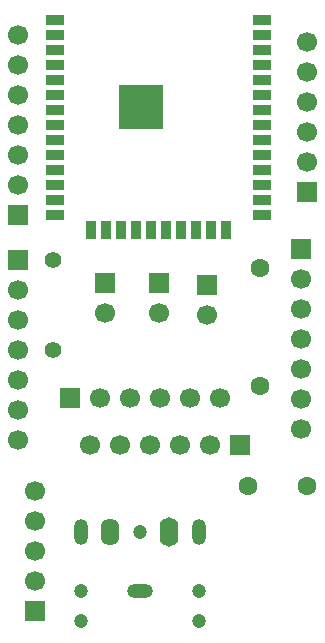
<source format=gbr>
%TF.GenerationSoftware,KiCad,Pcbnew,9.0.7*%
%TF.CreationDate,2026-02-12T01:51:18+01:00*%
%TF.ProjectId,ESP_catphones,4553505f-6361-4747-9068-6f6e65732e6b,rev?*%
%TF.SameCoordinates,Original*%
%TF.FileFunction,Soldermask,Top*%
%TF.FilePolarity,Negative*%
%FSLAX46Y46*%
G04 Gerber Fmt 4.6, Leading zero omitted, Abs format (unit mm)*
G04 Created by KiCad (PCBNEW 9.0.7) date 2026-02-12 01:51:18*
%MOMM*%
%LPD*%
G01*
G04 APERTURE LIST*
%ADD10O,1.600000X2.500000*%
%ADD11O,1.200000X2.200000*%
%ADD12O,2.200000X1.200000*%
%ADD13O,1.600000X2.300000*%
%ADD14C,1.200000*%
%ADD15C,1.700000*%
%ADD16R,1.700000X1.700000*%
%ADD17C,0.600000*%
%ADD18R,3.800000X3.800000*%
%ADD19R,1.500000X0.900000*%
%ADD20R,0.900000X1.500000*%
%ADD21C,1.600000*%
%ADD22C,1.400000*%
G04 APERTURE END LIST*
D10*
%TO.C,J10*%
X27835413Y-60369717D03*
D11*
X30335413Y-60369717D03*
D12*
X25335413Y-65369717D03*
D13*
X22835413Y-60369717D03*
D11*
X20335413Y-60369717D03*
D14*
X30335413Y-67869717D03*
X30335413Y-65369717D03*
X25335413Y-60369717D03*
X20335413Y-67869717D03*
X20335413Y-65369717D03*
%TD*%
D15*
%TO.C,J8*%
X39500000Y-18840000D03*
X39500000Y-21380000D03*
X39500000Y-23920000D03*
X39500000Y-26460000D03*
X39500000Y-29000000D03*
D16*
X39500000Y-31540000D03*
%TD*%
D15*
%TO.C,J7*%
X15000000Y-52580000D03*
X15000000Y-50040000D03*
X15000000Y-47500000D03*
X15000000Y-44960000D03*
X15000000Y-42420000D03*
X15000000Y-39880000D03*
D16*
X15000000Y-37340000D03*
%TD*%
D17*
%TO.C,U1*%
X26800000Y-25100000D03*
X26800000Y-23700000D03*
X26100000Y-25800000D03*
X26100000Y-24400000D03*
X26100000Y-23000000D03*
X25400000Y-25100000D03*
D18*
X25400000Y-24400000D03*
D17*
X25400000Y-23700000D03*
X24700000Y-25800000D03*
X24700000Y-24400000D03*
X24700000Y-23000000D03*
X24000000Y-25100000D03*
X24000000Y-23700000D03*
D19*
X35650000Y-17060000D03*
X35650000Y-18330000D03*
X35650000Y-19600000D03*
X35650000Y-20870000D03*
X35650000Y-22140000D03*
X35650000Y-23410000D03*
X35650000Y-24680000D03*
X35650000Y-25950000D03*
X35650000Y-27220000D03*
X35650000Y-28490000D03*
X35650000Y-29760000D03*
X35650000Y-31030000D03*
X35650000Y-32300000D03*
X35650000Y-33570000D03*
D20*
X32615000Y-34820000D03*
X31345000Y-34820000D03*
X30075000Y-34820000D03*
X28805000Y-34820000D03*
X27535000Y-34820000D03*
X26265000Y-34820000D03*
X24995000Y-34820000D03*
X23725000Y-34820000D03*
X22455000Y-34820000D03*
X21185000Y-34820000D03*
D19*
X18150000Y-33570000D03*
X18150000Y-32300000D03*
X18150000Y-31030000D03*
X18150000Y-29760000D03*
X18150000Y-28490000D03*
X18150000Y-27220000D03*
X18150000Y-25950000D03*
X18150000Y-24680000D03*
X18150000Y-23410000D03*
X18150000Y-22140000D03*
X18150000Y-20870000D03*
X18150000Y-19600000D03*
X18150000Y-18330000D03*
X18150000Y-17060000D03*
%TD*%
D16*
%TO.C,J2*%
X31000000Y-39460000D03*
D15*
X31000000Y-42000000D03*
%TD*%
D21*
%TO.C,C1*%
X35500000Y-48000000D03*
X35500000Y-38000000D03*
%TD*%
D16*
%TO.C,J4*%
X26960000Y-39250000D03*
D15*
X26960000Y-41790000D03*
%TD*%
D16*
%TO.C,J6*%
X39000000Y-36420000D03*
D15*
X39000000Y-38960000D03*
X39000000Y-41500000D03*
X39000000Y-44040000D03*
X39000000Y-46580000D03*
X39000000Y-49120000D03*
X39000000Y-51660000D03*
%TD*%
D16*
%TO.C,J5*%
X19380000Y-49000000D03*
D15*
X21920000Y-49000000D03*
X24460000Y-49000000D03*
X27000000Y-49000000D03*
X29540000Y-49000000D03*
X32080000Y-49000000D03*
%TD*%
D22*
%TO.C,R1*%
X18000000Y-45000000D03*
X18000000Y-37380000D03*
%TD*%
D16*
%TO.C,J3*%
X22370000Y-39250000D03*
D15*
X22370000Y-41790000D03*
%TD*%
D16*
%TO.C,J9*%
X15000000Y-33500000D03*
D15*
X15000000Y-30960000D03*
X15000000Y-28420000D03*
X15000000Y-25880000D03*
X15000000Y-23340000D03*
X15000000Y-20800000D03*
X15000000Y-18260000D03*
%TD*%
D16*
%TO.C,J1*%
X33850000Y-53000000D03*
D15*
X31310000Y-53000000D03*
X28770000Y-53000000D03*
X26230000Y-53000000D03*
X23690000Y-53000000D03*
X21150000Y-53000000D03*
%TD*%
D21*
%TO.C,C2*%
X34500000Y-56500000D03*
X39500000Y-56500000D03*
%TD*%
D16*
%TO.C,J11*%
X16500000Y-67040000D03*
D15*
X16500000Y-64500000D03*
X16500000Y-61960000D03*
X16500000Y-59420000D03*
X16500000Y-56880000D03*
%TD*%
M02*

</source>
